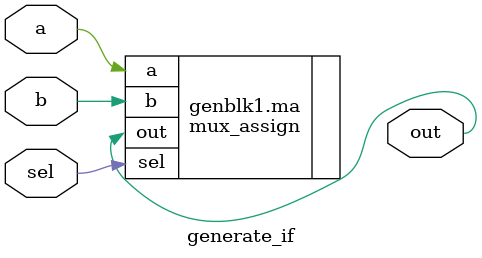
<source format=v>
module generate_if (
    input a,
    input b,
    input sel,
    output out
);

parameter USE_CASE = 0;

generate 
    if (USE_CASE)
        mux_case mc (.a(a), .b(b), .sel(sel), .out(out));
    else
        mux_assign ma (.a(a), .b(b), .sel(sel), .out(out));
endgenerate

endmodule

</source>
